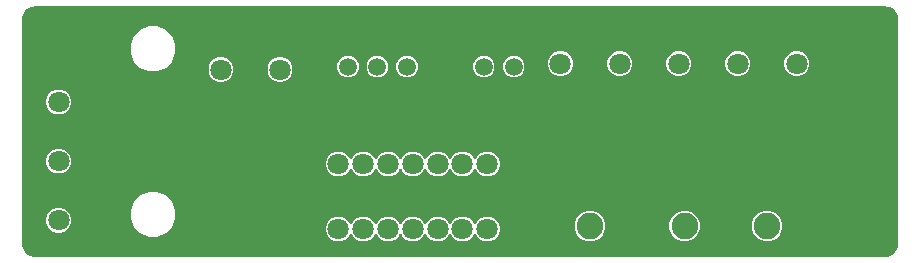
<source format=gbr>
G04 EAGLE Gerber RS-274X export*
G75*
%MOMM*%
%FSLAX34Y34*%
%LPD*%
%INCopper Layer 2*%
%IPPOS*%
%AMOC8*
5,1,8,0,0,1.08239X$1,22.5*%
G01*
%ADD10C,1.800000*%
%ADD11C,2.250000*%
%ADD12C,1.508000*%

G36*
X735046Y-105993D02*
X735046Y-105993D01*
X735087Y-105995D01*
X736824Y-105844D01*
X736918Y-105822D01*
X736995Y-105813D01*
X738679Y-105362D01*
X738768Y-105324D01*
X738843Y-105303D01*
X740422Y-104566D01*
X740503Y-104513D01*
X740573Y-104479D01*
X742001Y-103479D01*
X742072Y-103413D01*
X742134Y-103367D01*
X743367Y-102134D01*
X743425Y-102057D01*
X743479Y-102001D01*
X744479Y-100573D01*
X744518Y-100495D01*
X744563Y-100428D01*
X744563Y-100427D01*
X744566Y-100422D01*
X745303Y-98843D01*
X745331Y-98750D01*
X745362Y-98679D01*
X745813Y-96995D01*
X745825Y-96899D01*
X745844Y-96824D01*
X745995Y-95087D01*
X745993Y-95041D01*
X745999Y-95000D01*
X745999Y95000D01*
X745993Y95046D01*
X745995Y95087D01*
X745844Y96824D01*
X745822Y96918D01*
X745813Y96995D01*
X745362Y98679D01*
X745324Y98768D01*
X745303Y98843D01*
X744566Y100422D01*
X744513Y100503D01*
X744479Y100573D01*
X743479Y102001D01*
X743413Y102072D01*
X743367Y102134D01*
X742134Y103367D01*
X742057Y103425D01*
X742001Y103479D01*
X740573Y104479D01*
X740487Y104523D01*
X740422Y104566D01*
X738843Y105303D01*
X738750Y105331D01*
X738679Y105362D01*
X736995Y105813D01*
X736899Y105825D01*
X736824Y105844D01*
X735087Y105995D01*
X735041Y105993D01*
X735000Y105999D01*
X15000Y105999D01*
X14954Y105993D01*
X14913Y105995D01*
X13176Y105844D01*
X13082Y105822D01*
X13005Y105813D01*
X11321Y105362D01*
X11232Y105324D01*
X11158Y105303D01*
X9578Y104566D01*
X9497Y104513D01*
X9427Y104479D01*
X7999Y103479D01*
X7928Y103413D01*
X7866Y103367D01*
X6633Y102134D01*
X6575Y102057D01*
X6521Y102001D01*
X5521Y100573D01*
X5477Y100487D01*
X5434Y100422D01*
X5363Y100270D01*
X4897Y99271D01*
X4697Y98843D01*
X4669Y98750D01*
X4638Y98679D01*
X4187Y96995D01*
X4175Y96899D01*
X4157Y96824D01*
X4005Y95087D01*
X4007Y95041D01*
X4001Y95000D01*
X4001Y-95000D01*
X4007Y-95046D01*
X4005Y-95087D01*
X4157Y-96824D01*
X4178Y-96918D01*
X4187Y-96995D01*
X4638Y-98679D01*
X4676Y-98768D01*
X4697Y-98843D01*
X5434Y-100422D01*
X5487Y-100503D01*
X5521Y-100573D01*
X6521Y-102001D01*
X6587Y-102072D01*
X6633Y-102134D01*
X7866Y-103367D01*
X7943Y-103425D01*
X7999Y-103479D01*
X9427Y-104479D01*
X9513Y-104523D01*
X9578Y-104566D01*
X11158Y-105303D01*
X11250Y-105331D01*
X11321Y-105362D01*
X13005Y-105813D01*
X13101Y-105825D01*
X13176Y-105844D01*
X14913Y-105995D01*
X14959Y-105993D01*
X15000Y-105999D01*
X735000Y-105999D01*
X735046Y-105993D01*
G37*
%LPC*%
G36*
X269907Y-93025D02*
X269907Y-93025D01*
X266038Y-91422D01*
X263078Y-88462D01*
X261475Y-84594D01*
X261475Y-80407D01*
X263078Y-76538D01*
X266038Y-73578D01*
X269907Y-71975D01*
X274093Y-71975D01*
X277962Y-73578D01*
X280922Y-76538D01*
X281577Y-78118D01*
X281593Y-78146D01*
X281603Y-78176D01*
X281665Y-78267D01*
X281720Y-78361D01*
X281744Y-78383D01*
X281762Y-78409D01*
X281846Y-78479D01*
X281926Y-78554D01*
X281955Y-78568D01*
X281980Y-78589D01*
X282080Y-78632D01*
X282178Y-78681D01*
X282209Y-78687D01*
X282239Y-78700D01*
X282347Y-78714D01*
X282455Y-78734D01*
X282487Y-78731D01*
X282519Y-78735D01*
X282627Y-78717D01*
X282735Y-78707D01*
X282765Y-78695D01*
X282797Y-78690D01*
X282896Y-78643D01*
X282997Y-78602D01*
X283023Y-78582D01*
X283052Y-78569D01*
X283134Y-78496D01*
X283220Y-78429D01*
X283239Y-78403D01*
X283263Y-78381D01*
X283310Y-78304D01*
X283385Y-78200D01*
X283401Y-78154D01*
X283423Y-78118D01*
X284078Y-76538D01*
X287038Y-73578D01*
X290907Y-71975D01*
X295093Y-71975D01*
X298962Y-73578D01*
X301922Y-76538D01*
X302577Y-78118D01*
X302593Y-78146D01*
X302603Y-78176D01*
X302665Y-78267D01*
X302720Y-78361D01*
X302744Y-78383D01*
X302762Y-78409D01*
X302847Y-78479D01*
X302926Y-78554D01*
X302955Y-78568D01*
X302980Y-78589D01*
X303080Y-78632D01*
X303178Y-78681D01*
X303209Y-78687D01*
X303239Y-78700D01*
X303347Y-78714D01*
X303455Y-78734D01*
X303487Y-78731D01*
X303519Y-78735D01*
X303627Y-78717D01*
X303735Y-78707D01*
X303765Y-78695D01*
X303797Y-78690D01*
X303896Y-78643D01*
X303997Y-78602D01*
X304023Y-78582D01*
X304052Y-78569D01*
X304134Y-78496D01*
X304220Y-78429D01*
X304239Y-78403D01*
X304263Y-78381D01*
X304310Y-78304D01*
X304385Y-78200D01*
X304401Y-78154D01*
X304423Y-78118D01*
X305078Y-76538D01*
X308038Y-73578D01*
X311907Y-71975D01*
X316093Y-71975D01*
X319962Y-73578D01*
X322922Y-76538D01*
X323577Y-78118D01*
X323593Y-78146D01*
X323603Y-78176D01*
X323665Y-78267D01*
X323720Y-78361D01*
X323744Y-78383D01*
X323762Y-78409D01*
X323846Y-78479D01*
X323926Y-78554D01*
X323955Y-78568D01*
X323980Y-78589D01*
X324080Y-78632D01*
X324178Y-78681D01*
X324209Y-78687D01*
X324239Y-78700D01*
X324347Y-78714D01*
X324455Y-78734D01*
X324487Y-78731D01*
X324519Y-78735D01*
X324627Y-78717D01*
X324735Y-78707D01*
X324765Y-78695D01*
X324797Y-78690D01*
X324896Y-78643D01*
X324997Y-78602D01*
X325023Y-78582D01*
X325052Y-78569D01*
X325134Y-78496D01*
X325220Y-78429D01*
X325239Y-78403D01*
X325263Y-78381D01*
X325310Y-78304D01*
X325385Y-78200D01*
X325401Y-78154D01*
X325423Y-78118D01*
X326078Y-76538D01*
X329038Y-73578D01*
X332907Y-71975D01*
X337093Y-71975D01*
X340962Y-73578D01*
X343922Y-76538D01*
X344577Y-78118D01*
X344593Y-78146D01*
X344603Y-78176D01*
X344665Y-78267D01*
X344720Y-78361D01*
X344744Y-78383D01*
X344762Y-78409D01*
X344847Y-78479D01*
X344926Y-78554D01*
X344955Y-78568D01*
X344980Y-78589D01*
X345080Y-78632D01*
X345178Y-78681D01*
X345209Y-78687D01*
X345239Y-78700D01*
X345347Y-78714D01*
X345455Y-78734D01*
X345487Y-78731D01*
X345519Y-78735D01*
X345627Y-78717D01*
X345735Y-78707D01*
X345765Y-78695D01*
X345797Y-78690D01*
X345896Y-78643D01*
X345997Y-78602D01*
X346023Y-78582D01*
X346052Y-78569D01*
X346134Y-78496D01*
X346220Y-78429D01*
X346239Y-78403D01*
X346263Y-78381D01*
X346310Y-78304D01*
X346385Y-78200D01*
X346401Y-78154D01*
X346423Y-78118D01*
X347078Y-76538D01*
X350038Y-73578D01*
X353907Y-71975D01*
X358093Y-71975D01*
X361962Y-73578D01*
X364922Y-76538D01*
X365577Y-78118D01*
X365593Y-78146D01*
X365603Y-78176D01*
X365665Y-78267D01*
X365720Y-78361D01*
X365744Y-78383D01*
X365762Y-78409D01*
X365846Y-78479D01*
X365926Y-78554D01*
X365955Y-78568D01*
X365980Y-78589D01*
X366080Y-78632D01*
X366178Y-78681D01*
X366209Y-78687D01*
X366239Y-78700D01*
X366347Y-78714D01*
X366455Y-78734D01*
X366487Y-78731D01*
X366519Y-78735D01*
X366627Y-78717D01*
X366735Y-78707D01*
X366765Y-78695D01*
X366797Y-78690D01*
X366896Y-78643D01*
X366997Y-78602D01*
X367023Y-78582D01*
X367052Y-78569D01*
X367134Y-78496D01*
X367220Y-78429D01*
X367239Y-78403D01*
X367263Y-78381D01*
X367310Y-78304D01*
X367385Y-78200D01*
X367401Y-78154D01*
X367423Y-78118D01*
X368078Y-76538D01*
X371038Y-73578D01*
X374907Y-71975D01*
X379093Y-71975D01*
X382962Y-73578D01*
X385922Y-76538D01*
X386577Y-78118D01*
X386593Y-78146D01*
X386603Y-78176D01*
X386665Y-78267D01*
X386720Y-78361D01*
X386744Y-78383D01*
X386762Y-78409D01*
X386847Y-78479D01*
X386926Y-78554D01*
X386955Y-78568D01*
X386980Y-78589D01*
X387080Y-78632D01*
X387178Y-78681D01*
X387209Y-78687D01*
X387239Y-78700D01*
X387347Y-78714D01*
X387455Y-78734D01*
X387487Y-78731D01*
X387519Y-78735D01*
X387627Y-78717D01*
X387735Y-78707D01*
X387765Y-78695D01*
X387797Y-78690D01*
X387896Y-78643D01*
X387997Y-78602D01*
X388023Y-78582D01*
X388052Y-78569D01*
X388134Y-78496D01*
X388220Y-78429D01*
X388239Y-78403D01*
X388263Y-78381D01*
X388310Y-78304D01*
X388385Y-78200D01*
X388401Y-78154D01*
X388423Y-78118D01*
X389078Y-76538D01*
X392038Y-73578D01*
X395907Y-71975D01*
X400093Y-71975D01*
X403962Y-73578D01*
X406922Y-76538D01*
X408525Y-80407D01*
X408525Y-84594D01*
X406922Y-88462D01*
X403962Y-91422D01*
X400093Y-93025D01*
X395907Y-93025D01*
X392038Y-91422D01*
X389078Y-88462D01*
X388423Y-86882D01*
X388407Y-86854D01*
X388397Y-86824D01*
X388335Y-86733D01*
X388280Y-86639D01*
X388256Y-86617D01*
X388238Y-86591D01*
X388154Y-86521D01*
X388074Y-86446D01*
X388045Y-86432D01*
X388020Y-86411D01*
X387920Y-86368D01*
X387822Y-86319D01*
X387791Y-86313D01*
X387761Y-86300D01*
X387653Y-86286D01*
X387545Y-86266D01*
X387513Y-86269D01*
X387481Y-86265D01*
X387373Y-86283D01*
X387265Y-86293D01*
X387235Y-86305D01*
X387203Y-86310D01*
X387104Y-86357D01*
X387003Y-86398D01*
X386977Y-86418D01*
X386948Y-86431D01*
X386866Y-86504D01*
X386780Y-86571D01*
X386761Y-86597D01*
X386737Y-86619D01*
X386690Y-86696D01*
X386615Y-86800D01*
X386599Y-86846D01*
X386577Y-86882D01*
X385922Y-88462D01*
X382962Y-91422D01*
X379093Y-93025D01*
X374907Y-93025D01*
X371038Y-91422D01*
X368078Y-88462D01*
X367423Y-86882D01*
X367407Y-86854D01*
X367397Y-86824D01*
X367335Y-86733D01*
X367280Y-86639D01*
X367256Y-86617D01*
X367238Y-86591D01*
X367153Y-86521D01*
X367074Y-86446D01*
X367045Y-86432D01*
X367020Y-86411D01*
X366920Y-86368D01*
X366822Y-86319D01*
X366791Y-86313D01*
X366761Y-86300D01*
X366653Y-86286D01*
X366545Y-86266D01*
X366513Y-86269D01*
X366481Y-86265D01*
X366373Y-86283D01*
X366265Y-86293D01*
X366235Y-86305D01*
X366203Y-86310D01*
X366104Y-86357D01*
X366003Y-86398D01*
X365977Y-86418D01*
X365948Y-86431D01*
X365866Y-86504D01*
X365780Y-86571D01*
X365761Y-86597D01*
X365737Y-86619D01*
X365690Y-86696D01*
X365615Y-86800D01*
X365599Y-86846D01*
X365577Y-86882D01*
X364922Y-88462D01*
X361962Y-91422D01*
X358093Y-93025D01*
X353907Y-93025D01*
X350038Y-91422D01*
X347078Y-88462D01*
X346423Y-86882D01*
X346407Y-86854D01*
X346397Y-86824D01*
X346335Y-86733D01*
X346280Y-86639D01*
X346256Y-86617D01*
X346238Y-86591D01*
X346154Y-86521D01*
X346074Y-86446D01*
X346045Y-86432D01*
X346020Y-86411D01*
X345920Y-86368D01*
X345822Y-86319D01*
X345791Y-86313D01*
X345761Y-86300D01*
X345653Y-86286D01*
X345545Y-86266D01*
X345513Y-86269D01*
X345481Y-86265D01*
X345373Y-86283D01*
X345265Y-86293D01*
X345235Y-86305D01*
X345203Y-86310D01*
X345104Y-86357D01*
X345003Y-86398D01*
X344977Y-86418D01*
X344948Y-86431D01*
X344866Y-86504D01*
X344780Y-86571D01*
X344761Y-86597D01*
X344737Y-86619D01*
X344690Y-86696D01*
X344615Y-86800D01*
X344599Y-86846D01*
X344577Y-86882D01*
X343922Y-88462D01*
X340962Y-91422D01*
X337093Y-93025D01*
X332907Y-93025D01*
X329038Y-91422D01*
X326078Y-88462D01*
X325423Y-86882D01*
X325407Y-86854D01*
X325397Y-86824D01*
X325335Y-86733D01*
X325280Y-86639D01*
X325256Y-86617D01*
X325238Y-86591D01*
X325153Y-86521D01*
X325074Y-86446D01*
X325045Y-86432D01*
X325020Y-86411D01*
X324920Y-86368D01*
X324822Y-86319D01*
X324791Y-86313D01*
X324761Y-86300D01*
X324653Y-86286D01*
X324545Y-86266D01*
X324513Y-86269D01*
X324481Y-86265D01*
X324373Y-86283D01*
X324265Y-86293D01*
X324235Y-86305D01*
X324203Y-86310D01*
X324104Y-86357D01*
X324003Y-86398D01*
X323977Y-86418D01*
X323948Y-86431D01*
X323866Y-86504D01*
X323780Y-86571D01*
X323761Y-86597D01*
X323737Y-86619D01*
X323690Y-86696D01*
X323615Y-86800D01*
X323599Y-86846D01*
X323577Y-86882D01*
X322922Y-88462D01*
X319962Y-91422D01*
X316093Y-93025D01*
X311907Y-93025D01*
X308038Y-91422D01*
X305078Y-88462D01*
X304423Y-86882D01*
X304407Y-86854D01*
X304397Y-86824D01*
X304335Y-86733D01*
X304280Y-86639D01*
X304256Y-86617D01*
X304238Y-86591D01*
X304154Y-86521D01*
X304074Y-86446D01*
X304045Y-86432D01*
X304020Y-86411D01*
X303920Y-86368D01*
X303822Y-86319D01*
X303791Y-86313D01*
X303761Y-86300D01*
X303653Y-86286D01*
X303545Y-86266D01*
X303513Y-86269D01*
X303481Y-86265D01*
X303373Y-86283D01*
X303265Y-86293D01*
X303235Y-86305D01*
X303203Y-86310D01*
X303104Y-86357D01*
X303003Y-86398D01*
X302977Y-86418D01*
X302948Y-86431D01*
X302866Y-86504D01*
X302780Y-86571D01*
X302761Y-86597D01*
X302737Y-86619D01*
X302690Y-86696D01*
X302615Y-86800D01*
X302599Y-86846D01*
X302577Y-86882D01*
X301922Y-88462D01*
X298962Y-91422D01*
X295093Y-93025D01*
X290907Y-93025D01*
X287038Y-91422D01*
X284078Y-88462D01*
X283423Y-86882D01*
X283407Y-86854D01*
X283397Y-86824D01*
X283335Y-86733D01*
X283280Y-86639D01*
X283256Y-86617D01*
X283238Y-86591D01*
X283153Y-86521D01*
X283074Y-86446D01*
X283045Y-86432D01*
X283020Y-86411D01*
X282920Y-86368D01*
X282822Y-86319D01*
X282791Y-86313D01*
X282761Y-86300D01*
X282653Y-86286D01*
X282545Y-86266D01*
X282513Y-86269D01*
X282481Y-86265D01*
X282373Y-86283D01*
X282265Y-86293D01*
X282235Y-86305D01*
X282203Y-86310D01*
X282104Y-86357D01*
X282003Y-86398D01*
X281977Y-86418D01*
X281948Y-86431D01*
X281866Y-86504D01*
X281780Y-86571D01*
X281761Y-86597D01*
X281737Y-86619D01*
X281690Y-86696D01*
X281615Y-86800D01*
X281599Y-86846D01*
X281577Y-86882D01*
X280922Y-88462D01*
X277962Y-91422D01*
X274093Y-93025D01*
X269907Y-93025D01*
G37*
%LPD*%
%LPC*%
G36*
X269907Y-38025D02*
X269907Y-38025D01*
X266038Y-36422D01*
X263078Y-33462D01*
X261475Y-29594D01*
X261475Y-25407D01*
X263078Y-21538D01*
X266038Y-18578D01*
X269907Y-16975D01*
X274093Y-16975D01*
X277962Y-18578D01*
X280922Y-21538D01*
X281577Y-23118D01*
X281593Y-23146D01*
X281603Y-23176D01*
X281665Y-23267D01*
X281720Y-23361D01*
X281744Y-23383D01*
X281762Y-23409D01*
X281847Y-23479D01*
X281926Y-23554D01*
X281955Y-23568D01*
X281980Y-23589D01*
X282080Y-23632D01*
X282178Y-23681D01*
X282209Y-23687D01*
X282239Y-23700D01*
X282347Y-23714D01*
X282455Y-23734D01*
X282487Y-23731D01*
X282519Y-23735D01*
X282627Y-23717D01*
X282735Y-23707D01*
X282765Y-23695D01*
X282797Y-23690D01*
X282896Y-23643D01*
X282997Y-23602D01*
X283023Y-23582D01*
X283052Y-23569D01*
X283134Y-23496D01*
X283220Y-23429D01*
X283239Y-23403D01*
X283263Y-23381D01*
X283310Y-23304D01*
X283385Y-23200D01*
X283401Y-23154D01*
X283423Y-23118D01*
X284078Y-21538D01*
X287038Y-18578D01*
X290907Y-16975D01*
X295093Y-16975D01*
X298962Y-18578D01*
X301922Y-21538D01*
X302577Y-23118D01*
X302593Y-23146D01*
X302603Y-23176D01*
X302665Y-23267D01*
X302720Y-23361D01*
X302744Y-23383D01*
X302762Y-23409D01*
X302846Y-23479D01*
X302926Y-23554D01*
X302955Y-23568D01*
X302980Y-23589D01*
X303080Y-23632D01*
X303178Y-23681D01*
X303209Y-23687D01*
X303239Y-23700D01*
X303347Y-23714D01*
X303455Y-23734D01*
X303487Y-23731D01*
X303519Y-23735D01*
X303627Y-23717D01*
X303735Y-23707D01*
X303765Y-23695D01*
X303797Y-23690D01*
X303896Y-23643D01*
X303997Y-23602D01*
X304023Y-23582D01*
X304052Y-23569D01*
X304134Y-23496D01*
X304220Y-23429D01*
X304239Y-23403D01*
X304263Y-23381D01*
X304310Y-23304D01*
X304385Y-23200D01*
X304401Y-23154D01*
X304423Y-23118D01*
X305078Y-21538D01*
X308038Y-18578D01*
X311907Y-16975D01*
X316093Y-16975D01*
X319962Y-18578D01*
X322922Y-21538D01*
X323577Y-23118D01*
X323593Y-23146D01*
X323603Y-23176D01*
X323665Y-23267D01*
X323720Y-23361D01*
X323744Y-23383D01*
X323762Y-23409D01*
X323846Y-23479D01*
X323926Y-23554D01*
X323955Y-23568D01*
X323980Y-23589D01*
X324080Y-23632D01*
X324178Y-23681D01*
X324209Y-23687D01*
X324239Y-23700D01*
X324347Y-23714D01*
X324455Y-23734D01*
X324487Y-23731D01*
X324519Y-23735D01*
X324627Y-23717D01*
X324735Y-23707D01*
X324765Y-23695D01*
X324797Y-23690D01*
X324896Y-23643D01*
X324997Y-23602D01*
X325023Y-23582D01*
X325052Y-23569D01*
X325134Y-23496D01*
X325220Y-23429D01*
X325239Y-23403D01*
X325263Y-23381D01*
X325310Y-23304D01*
X325385Y-23200D01*
X325401Y-23154D01*
X325423Y-23118D01*
X326078Y-21538D01*
X329038Y-18578D01*
X332907Y-16975D01*
X337093Y-16975D01*
X340962Y-18578D01*
X343922Y-21538D01*
X344577Y-23118D01*
X344593Y-23146D01*
X344603Y-23176D01*
X344665Y-23267D01*
X344720Y-23361D01*
X344744Y-23383D01*
X344762Y-23409D01*
X344847Y-23479D01*
X344926Y-23554D01*
X344955Y-23568D01*
X344980Y-23589D01*
X345080Y-23632D01*
X345178Y-23681D01*
X345209Y-23687D01*
X345239Y-23700D01*
X345347Y-23714D01*
X345455Y-23734D01*
X345487Y-23731D01*
X345519Y-23735D01*
X345627Y-23717D01*
X345735Y-23707D01*
X345765Y-23695D01*
X345797Y-23690D01*
X345896Y-23643D01*
X345997Y-23602D01*
X346023Y-23582D01*
X346052Y-23569D01*
X346134Y-23496D01*
X346220Y-23429D01*
X346239Y-23403D01*
X346263Y-23381D01*
X346310Y-23304D01*
X346385Y-23200D01*
X346401Y-23154D01*
X346423Y-23118D01*
X347078Y-21538D01*
X350038Y-18578D01*
X353907Y-16975D01*
X358093Y-16975D01*
X361962Y-18578D01*
X364922Y-21538D01*
X365577Y-23118D01*
X365593Y-23146D01*
X365603Y-23176D01*
X365665Y-23267D01*
X365720Y-23361D01*
X365744Y-23383D01*
X365762Y-23409D01*
X365846Y-23479D01*
X365926Y-23554D01*
X365955Y-23568D01*
X365980Y-23589D01*
X366080Y-23632D01*
X366178Y-23681D01*
X366209Y-23687D01*
X366239Y-23700D01*
X366347Y-23714D01*
X366455Y-23734D01*
X366487Y-23731D01*
X366519Y-23735D01*
X366627Y-23717D01*
X366735Y-23707D01*
X366765Y-23695D01*
X366797Y-23690D01*
X366896Y-23643D01*
X366997Y-23602D01*
X367023Y-23582D01*
X367052Y-23569D01*
X367134Y-23496D01*
X367220Y-23429D01*
X367239Y-23403D01*
X367263Y-23381D01*
X367310Y-23304D01*
X367385Y-23200D01*
X367401Y-23154D01*
X367423Y-23118D01*
X368078Y-21538D01*
X371038Y-18578D01*
X374907Y-16975D01*
X379093Y-16975D01*
X382962Y-18578D01*
X385922Y-21538D01*
X386577Y-23118D01*
X386593Y-23146D01*
X386603Y-23176D01*
X386665Y-23267D01*
X386720Y-23361D01*
X386744Y-23383D01*
X386762Y-23409D01*
X386847Y-23479D01*
X386926Y-23554D01*
X386955Y-23568D01*
X386980Y-23589D01*
X387080Y-23632D01*
X387178Y-23681D01*
X387209Y-23687D01*
X387239Y-23700D01*
X387347Y-23714D01*
X387455Y-23734D01*
X387487Y-23731D01*
X387519Y-23735D01*
X387627Y-23717D01*
X387735Y-23707D01*
X387765Y-23695D01*
X387797Y-23690D01*
X387896Y-23643D01*
X387997Y-23602D01*
X388023Y-23582D01*
X388052Y-23569D01*
X388134Y-23496D01*
X388220Y-23429D01*
X388239Y-23403D01*
X388263Y-23381D01*
X388310Y-23304D01*
X388385Y-23200D01*
X388401Y-23154D01*
X388423Y-23118D01*
X389078Y-21538D01*
X392038Y-18578D01*
X395907Y-16975D01*
X400093Y-16975D01*
X403962Y-18578D01*
X406922Y-21538D01*
X408525Y-25407D01*
X408525Y-29594D01*
X406922Y-33462D01*
X403962Y-36422D01*
X400093Y-38025D01*
X395907Y-38025D01*
X392038Y-36422D01*
X389078Y-33462D01*
X388423Y-31882D01*
X388407Y-31854D01*
X388397Y-31824D01*
X388335Y-31733D01*
X388280Y-31639D01*
X388256Y-31617D01*
X388238Y-31591D01*
X388154Y-31521D01*
X388074Y-31446D01*
X388045Y-31432D01*
X388020Y-31411D01*
X387920Y-31368D01*
X387822Y-31319D01*
X387791Y-31313D01*
X387761Y-31300D01*
X387653Y-31286D01*
X387545Y-31266D01*
X387513Y-31269D01*
X387481Y-31265D01*
X387373Y-31283D01*
X387265Y-31293D01*
X387235Y-31305D01*
X387203Y-31310D01*
X387104Y-31357D01*
X387003Y-31398D01*
X386977Y-31418D01*
X386948Y-31431D01*
X386866Y-31504D01*
X386780Y-31571D01*
X386761Y-31597D01*
X386737Y-31619D01*
X386690Y-31696D01*
X386615Y-31800D01*
X386599Y-31846D01*
X386577Y-31882D01*
X385922Y-33462D01*
X382962Y-36422D01*
X379093Y-38025D01*
X374907Y-38025D01*
X371038Y-36422D01*
X368078Y-33462D01*
X367423Y-31882D01*
X367407Y-31854D01*
X367397Y-31824D01*
X367335Y-31733D01*
X367280Y-31639D01*
X367256Y-31617D01*
X367238Y-31591D01*
X367153Y-31521D01*
X367074Y-31446D01*
X367045Y-31432D01*
X367020Y-31411D01*
X366920Y-31368D01*
X366822Y-31319D01*
X366791Y-31313D01*
X366761Y-31300D01*
X366653Y-31286D01*
X366545Y-31266D01*
X366513Y-31269D01*
X366481Y-31265D01*
X366373Y-31283D01*
X366265Y-31293D01*
X366235Y-31305D01*
X366203Y-31310D01*
X366104Y-31357D01*
X366003Y-31398D01*
X365977Y-31418D01*
X365948Y-31431D01*
X365866Y-31504D01*
X365780Y-31571D01*
X365761Y-31597D01*
X365737Y-31619D01*
X365690Y-31696D01*
X365615Y-31800D01*
X365599Y-31846D01*
X365577Y-31882D01*
X364922Y-33462D01*
X361962Y-36422D01*
X358093Y-38025D01*
X353907Y-38025D01*
X350038Y-36422D01*
X347078Y-33462D01*
X346423Y-31882D01*
X346407Y-31854D01*
X346397Y-31824D01*
X346335Y-31733D01*
X346280Y-31639D01*
X346256Y-31617D01*
X346238Y-31591D01*
X346154Y-31521D01*
X346074Y-31446D01*
X346045Y-31432D01*
X346020Y-31411D01*
X345920Y-31368D01*
X345822Y-31319D01*
X345791Y-31313D01*
X345761Y-31300D01*
X345653Y-31286D01*
X345545Y-31266D01*
X345513Y-31269D01*
X345481Y-31265D01*
X345373Y-31283D01*
X345265Y-31293D01*
X345235Y-31305D01*
X345203Y-31310D01*
X345104Y-31357D01*
X345003Y-31398D01*
X344977Y-31418D01*
X344948Y-31431D01*
X344866Y-31504D01*
X344780Y-31571D01*
X344761Y-31597D01*
X344737Y-31619D01*
X344690Y-31696D01*
X344615Y-31800D01*
X344599Y-31846D01*
X344577Y-31882D01*
X343922Y-33462D01*
X340962Y-36422D01*
X337093Y-38025D01*
X332907Y-38025D01*
X329038Y-36422D01*
X326078Y-33462D01*
X325423Y-31882D01*
X325407Y-31854D01*
X325397Y-31824D01*
X325335Y-31733D01*
X325280Y-31639D01*
X325256Y-31617D01*
X325238Y-31591D01*
X325153Y-31521D01*
X325074Y-31446D01*
X325045Y-31432D01*
X325020Y-31411D01*
X324920Y-31368D01*
X324822Y-31319D01*
X324791Y-31313D01*
X324761Y-31300D01*
X324653Y-31286D01*
X324545Y-31266D01*
X324513Y-31269D01*
X324481Y-31265D01*
X324373Y-31283D01*
X324265Y-31293D01*
X324235Y-31305D01*
X324203Y-31310D01*
X324104Y-31357D01*
X324003Y-31398D01*
X323977Y-31418D01*
X323948Y-31431D01*
X323866Y-31504D01*
X323780Y-31571D01*
X323761Y-31597D01*
X323737Y-31619D01*
X323690Y-31696D01*
X323615Y-31800D01*
X323599Y-31846D01*
X323577Y-31882D01*
X322922Y-33462D01*
X319962Y-36422D01*
X316093Y-38025D01*
X311907Y-38025D01*
X308038Y-36422D01*
X305078Y-33462D01*
X304423Y-31882D01*
X304407Y-31854D01*
X304397Y-31824D01*
X304335Y-31733D01*
X304280Y-31639D01*
X304256Y-31617D01*
X304238Y-31591D01*
X304153Y-31521D01*
X304074Y-31446D01*
X304045Y-31432D01*
X304020Y-31411D01*
X303920Y-31368D01*
X303822Y-31319D01*
X303791Y-31313D01*
X303761Y-31300D01*
X303653Y-31286D01*
X303545Y-31266D01*
X303513Y-31269D01*
X303481Y-31265D01*
X303373Y-31283D01*
X303265Y-31293D01*
X303235Y-31305D01*
X303203Y-31310D01*
X303104Y-31357D01*
X303003Y-31398D01*
X302977Y-31418D01*
X302948Y-31431D01*
X302866Y-31504D01*
X302780Y-31571D01*
X302761Y-31597D01*
X302737Y-31619D01*
X302690Y-31696D01*
X302615Y-31800D01*
X302599Y-31846D01*
X302577Y-31882D01*
X301922Y-33462D01*
X298962Y-36422D01*
X295093Y-38025D01*
X290907Y-38025D01*
X287038Y-36422D01*
X284078Y-33462D01*
X283423Y-31882D01*
X283407Y-31854D01*
X283397Y-31824D01*
X283335Y-31733D01*
X283280Y-31639D01*
X283256Y-31617D01*
X283238Y-31591D01*
X283154Y-31521D01*
X283074Y-31446D01*
X283045Y-31432D01*
X283020Y-31411D01*
X282920Y-31368D01*
X282822Y-31319D01*
X282791Y-31313D01*
X282761Y-31300D01*
X282653Y-31286D01*
X282545Y-31266D01*
X282513Y-31269D01*
X282481Y-31265D01*
X282373Y-31283D01*
X282265Y-31293D01*
X282235Y-31305D01*
X282203Y-31310D01*
X282104Y-31357D01*
X282003Y-31398D01*
X281977Y-31418D01*
X281948Y-31431D01*
X281866Y-31504D01*
X281780Y-31571D01*
X281761Y-31597D01*
X281737Y-31619D01*
X281690Y-31696D01*
X281615Y-31800D01*
X281599Y-31846D01*
X281577Y-31882D01*
X280922Y-33462D01*
X277962Y-36422D01*
X274093Y-38025D01*
X269907Y-38025D01*
G37*
%LPD*%
%LPC*%
G36*
X111221Y50999D02*
X111221Y50999D01*
X104237Y53892D01*
X98892Y59237D01*
X95999Y66220D01*
X95999Y73779D01*
X98892Y80763D01*
X104237Y86108D01*
X111221Y89001D01*
X118779Y89001D01*
X125763Y86108D01*
X131108Y80763D01*
X134001Y73779D01*
X134001Y66220D01*
X131108Y59237D01*
X125763Y53892D01*
X118779Y50999D01*
X111221Y50999D01*
G37*
%LPD*%
%LPC*%
G36*
X111221Y-89001D02*
X111221Y-89001D01*
X104237Y-86108D01*
X98892Y-80763D01*
X95999Y-73780D01*
X95999Y-66221D01*
X98892Y-59237D01*
X104237Y-53892D01*
X111221Y-50999D01*
X118779Y-50999D01*
X125763Y-53892D01*
X131108Y-59237D01*
X134001Y-66221D01*
X134001Y-73780D01*
X131108Y-80763D01*
X125763Y-86108D01*
X118779Y-89001D01*
X111221Y-89001D01*
G37*
%LPD*%
%LPC*%
G36*
X632459Y-92775D02*
X632459Y-92775D01*
X627764Y-90830D01*
X624170Y-87236D01*
X622225Y-82541D01*
X622225Y-77459D01*
X624170Y-72764D01*
X627764Y-69170D01*
X632459Y-67225D01*
X637541Y-67225D01*
X642236Y-69170D01*
X645830Y-72764D01*
X647775Y-77459D01*
X647775Y-82541D01*
X645830Y-87236D01*
X642236Y-90830D01*
X637541Y-92775D01*
X632459Y-92775D01*
G37*
%LPD*%
%LPC*%
G36*
X562459Y-92775D02*
X562459Y-92775D01*
X557764Y-90830D01*
X554170Y-87236D01*
X552225Y-82541D01*
X552225Y-77459D01*
X554170Y-72764D01*
X557764Y-69170D01*
X562459Y-67225D01*
X567541Y-67225D01*
X572236Y-69170D01*
X575830Y-72764D01*
X577775Y-77459D01*
X577775Y-82541D01*
X575830Y-87236D01*
X572236Y-90830D01*
X567541Y-92775D01*
X562459Y-92775D01*
G37*
%LPD*%
%LPC*%
G36*
X482459Y-92775D02*
X482459Y-92775D01*
X477764Y-90830D01*
X474170Y-87236D01*
X472225Y-82541D01*
X472225Y-77459D01*
X474170Y-72764D01*
X477764Y-69170D01*
X482459Y-67225D01*
X487541Y-67225D01*
X492236Y-69170D01*
X495830Y-72764D01*
X497775Y-77459D01*
X497775Y-82541D01*
X495830Y-87236D01*
X492236Y-90830D01*
X487541Y-92775D01*
X482459Y-92775D01*
G37*
%LPD*%
%LPC*%
G36*
X557907Y46975D02*
X557907Y46975D01*
X554038Y48578D01*
X551078Y51538D01*
X549475Y55406D01*
X549475Y59593D01*
X551078Y63462D01*
X554038Y66422D01*
X557907Y68025D01*
X562093Y68025D01*
X565962Y66422D01*
X568922Y63462D01*
X570525Y59593D01*
X570525Y55406D01*
X568922Y51538D01*
X565962Y48578D01*
X562093Y46975D01*
X557907Y46975D01*
G37*
%LPD*%
%LPC*%
G36*
X507907Y46975D02*
X507907Y46975D01*
X504038Y48578D01*
X501078Y51538D01*
X499475Y55406D01*
X499475Y59593D01*
X501078Y63462D01*
X504038Y66422D01*
X507907Y68025D01*
X512093Y68025D01*
X515962Y66422D01*
X518922Y63462D01*
X520525Y59593D01*
X520525Y55406D01*
X518922Y51538D01*
X515962Y48578D01*
X512093Y46975D01*
X507907Y46975D01*
G37*
%LPD*%
%LPC*%
G36*
X657907Y46975D02*
X657907Y46975D01*
X654038Y48578D01*
X651078Y51538D01*
X649475Y55406D01*
X649475Y59593D01*
X651078Y63462D01*
X654038Y66422D01*
X657907Y68025D01*
X662093Y68025D01*
X665962Y66422D01*
X668922Y63462D01*
X670525Y59593D01*
X670525Y55406D01*
X668922Y51538D01*
X665962Y48578D01*
X662093Y46975D01*
X657907Y46975D01*
G37*
%LPD*%
%LPC*%
G36*
X607907Y46975D02*
X607907Y46975D01*
X604038Y48578D01*
X601078Y51538D01*
X599475Y55406D01*
X599475Y59593D01*
X601078Y63462D01*
X604038Y66422D01*
X607907Y68025D01*
X612093Y68025D01*
X615962Y66422D01*
X618922Y63462D01*
X620525Y59593D01*
X620525Y55406D01*
X618922Y51538D01*
X615962Y48578D01*
X612093Y46975D01*
X607907Y46975D01*
G37*
%LPD*%
%LPC*%
G36*
X457907Y46975D02*
X457907Y46975D01*
X454038Y48578D01*
X451078Y51538D01*
X449475Y55406D01*
X449475Y59593D01*
X451078Y63462D01*
X454038Y66422D01*
X457907Y68025D01*
X462093Y68025D01*
X465962Y66422D01*
X468922Y63462D01*
X470525Y59593D01*
X470525Y55406D01*
X468922Y51538D01*
X465962Y48578D01*
X462093Y46975D01*
X457907Y46975D01*
G37*
%LPD*%
%LPC*%
G36*
X170407Y41975D02*
X170407Y41975D01*
X166538Y43578D01*
X163578Y46538D01*
X161975Y50406D01*
X161975Y54593D01*
X163578Y58462D01*
X166538Y61422D01*
X170407Y63025D01*
X174593Y63025D01*
X178462Y61422D01*
X181422Y58462D01*
X183025Y54593D01*
X183025Y50406D01*
X181422Y46538D01*
X178462Y43578D01*
X174593Y41975D01*
X170407Y41975D01*
G37*
%LPD*%
%LPC*%
G36*
X220407Y41975D02*
X220407Y41975D01*
X216538Y43578D01*
X213578Y46538D01*
X211975Y50406D01*
X211975Y54593D01*
X213578Y58462D01*
X216538Y61422D01*
X220407Y63025D01*
X224593Y63025D01*
X228462Y61422D01*
X231422Y58462D01*
X233025Y54593D01*
X233025Y50406D01*
X231422Y46538D01*
X228462Y43578D01*
X224593Y41975D01*
X220407Y41975D01*
G37*
%LPD*%
%LPC*%
G36*
X32907Y14475D02*
X32907Y14475D01*
X29038Y16078D01*
X26078Y19038D01*
X24475Y22906D01*
X24475Y27093D01*
X26078Y30962D01*
X29038Y33922D01*
X32907Y35525D01*
X37093Y35525D01*
X40962Y33922D01*
X43922Y30962D01*
X45525Y27093D01*
X45525Y22906D01*
X43922Y19038D01*
X40962Y16078D01*
X37093Y14475D01*
X32907Y14475D01*
G37*
%LPD*%
%LPC*%
G36*
X32907Y-35525D02*
X32907Y-35525D01*
X29038Y-33922D01*
X26078Y-30962D01*
X24475Y-27094D01*
X24475Y-22907D01*
X26078Y-19038D01*
X29038Y-16078D01*
X32907Y-14475D01*
X37093Y-14475D01*
X40962Y-16078D01*
X43922Y-19038D01*
X45525Y-22907D01*
X45525Y-27094D01*
X43922Y-30962D01*
X40962Y-33922D01*
X37093Y-35525D01*
X32907Y-35525D01*
G37*
%LPD*%
%LPC*%
G36*
X32907Y-85525D02*
X32907Y-85525D01*
X29038Y-83922D01*
X26078Y-80962D01*
X24475Y-77094D01*
X24475Y-72907D01*
X26078Y-69038D01*
X29038Y-66078D01*
X32907Y-64475D01*
X37093Y-64475D01*
X40962Y-66078D01*
X43922Y-69038D01*
X45525Y-72907D01*
X45525Y-77094D01*
X43922Y-80962D01*
X40962Y-83922D01*
X37093Y-85525D01*
X32907Y-85525D01*
G37*
%LPD*%
%LPC*%
G36*
X418597Y45935D02*
X418597Y45935D01*
X415265Y47315D01*
X412715Y49865D01*
X411335Y53197D01*
X411335Y56803D01*
X412715Y60135D01*
X415265Y62685D01*
X418597Y64065D01*
X422203Y64065D01*
X425535Y62685D01*
X428085Y60135D01*
X429465Y56803D01*
X429465Y53197D01*
X428085Y49865D01*
X425535Y47315D01*
X422203Y45935D01*
X418597Y45935D01*
G37*
%LPD*%
%LPC*%
G36*
X393197Y45935D02*
X393197Y45935D01*
X389865Y47315D01*
X387315Y49865D01*
X385935Y53197D01*
X385935Y56803D01*
X387315Y60135D01*
X389865Y62685D01*
X393197Y64065D01*
X396803Y64065D01*
X400135Y62685D01*
X402685Y60135D01*
X404065Y56803D01*
X404065Y53197D01*
X402685Y49865D01*
X400135Y47315D01*
X396803Y45935D01*
X393197Y45935D01*
G37*
%LPD*%
%LPC*%
G36*
X328197Y45935D02*
X328197Y45935D01*
X324865Y47315D01*
X322315Y49865D01*
X320935Y53197D01*
X320935Y56803D01*
X322315Y60135D01*
X324865Y62685D01*
X328197Y64065D01*
X331803Y64065D01*
X335135Y62685D01*
X337685Y60135D01*
X339065Y56803D01*
X339065Y53197D01*
X337685Y49865D01*
X335135Y47315D01*
X331803Y45935D01*
X328197Y45935D01*
G37*
%LPD*%
%LPC*%
G36*
X303197Y45935D02*
X303197Y45935D01*
X299865Y47315D01*
X297315Y49865D01*
X295935Y53197D01*
X295935Y56803D01*
X297315Y60135D01*
X299865Y62685D01*
X303197Y64065D01*
X306803Y64065D01*
X310135Y62685D01*
X312685Y60135D01*
X314065Y56803D01*
X314065Y53197D01*
X312685Y49865D01*
X310135Y47315D01*
X306803Y45935D01*
X303197Y45935D01*
G37*
%LPD*%
%LPC*%
G36*
X278197Y45935D02*
X278197Y45935D01*
X274865Y47315D01*
X272315Y49865D01*
X270935Y53197D01*
X270935Y56803D01*
X272315Y60135D01*
X274865Y62685D01*
X278197Y64065D01*
X281803Y64065D01*
X285135Y62685D01*
X287685Y60135D01*
X289065Y56803D01*
X289065Y53197D01*
X287685Y49865D01*
X285135Y47315D01*
X281803Y45935D01*
X278197Y45935D01*
G37*
%LPD*%
D10*
X398000Y-82500D03*
X356000Y-82500D03*
X314000Y-82500D03*
X272000Y-82500D03*
X398000Y-27500D03*
X356000Y-27500D03*
X314000Y-27500D03*
X272000Y-27500D03*
D11*
X485000Y-80000D03*
X565000Y-80000D03*
X635000Y-80000D03*
X715000Y-80000D03*
D12*
X330000Y55000D03*
X305000Y55000D03*
X280000Y55000D03*
D10*
X660000Y57500D03*
X710000Y57500D03*
X560000Y57500D03*
X610000Y57500D03*
X460000Y57500D03*
X510000Y57500D03*
X172500Y52500D03*
X222500Y52500D03*
X35000Y75000D03*
X35000Y25000D03*
X35000Y-25000D03*
X35000Y-75000D03*
X377000Y-82500D03*
X335000Y-82500D03*
X293000Y-82500D03*
X377000Y-27500D03*
X335000Y-27500D03*
X293000Y-27500D03*
D12*
X369600Y55000D03*
X395000Y55000D03*
X420400Y55000D03*
M02*

</source>
